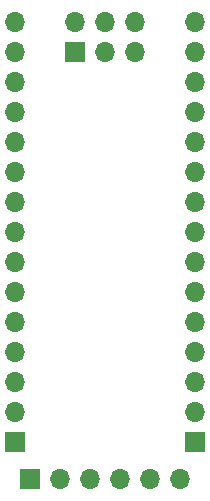
<source format=gbr>
%TF.GenerationSoftware,KiCad,Pcbnew,(6.0.7)*%
%TF.CreationDate,2023-07-03T12:47:38-04:00*%
%TF.ProjectId,atmega328pb_v2_breakout,61746d65-6761-4333-9238-70625f76325f,rev?*%
%TF.SameCoordinates,Original*%
%TF.FileFunction,Soldermask,Bot*%
%TF.FilePolarity,Negative*%
%FSLAX46Y46*%
G04 Gerber Fmt 4.6, Leading zero omitted, Abs format (unit mm)*
G04 Created by KiCad (PCBNEW (6.0.7)) date 2023-07-03 12:47:38*
%MOMM*%
%LPD*%
G01*
G04 APERTURE LIST*
%ADD10R,1.700000X1.700000*%
%ADD11O,1.700000X1.700000*%
G04 APERTURE END LIST*
D10*
%TO.C,J1*%
X102885000Y-50805000D03*
D11*
X102885000Y-48265000D03*
X105425000Y-50805000D03*
X105425000Y-48265000D03*
X107965000Y-50805000D03*
X107965000Y-48265000D03*
%TD*%
D10*
%TO.C,J3*%
X113030000Y-83820000D03*
D11*
X113030000Y-81280000D03*
X113030000Y-78740000D03*
X113030000Y-76200000D03*
X113030000Y-73660000D03*
X113030000Y-71120000D03*
X113030000Y-68580000D03*
X113030000Y-66040000D03*
X113030000Y-63500000D03*
X113030000Y-60960000D03*
X113030000Y-58420000D03*
X113030000Y-55880000D03*
X113030000Y-53340000D03*
X113030000Y-50800000D03*
X113030000Y-48260000D03*
%TD*%
D10*
%TO.C,J4*%
X99060000Y-86995000D03*
D11*
X101600000Y-86995000D03*
X104140000Y-86995000D03*
X106680000Y-86995000D03*
X109220000Y-86995000D03*
X111760000Y-86995000D03*
%TD*%
D10*
%TO.C,J2*%
X97790000Y-83820000D03*
D11*
X97790000Y-81280000D03*
X97790000Y-78740000D03*
X97790000Y-76200000D03*
X97790000Y-73660000D03*
X97790000Y-71120000D03*
X97790000Y-68580000D03*
X97790000Y-66040000D03*
X97790000Y-63500000D03*
X97790000Y-60960000D03*
X97790000Y-58420000D03*
X97790000Y-55880000D03*
X97790000Y-53340000D03*
X97790000Y-50800000D03*
X97790000Y-48260000D03*
%TD*%
M02*

</source>
